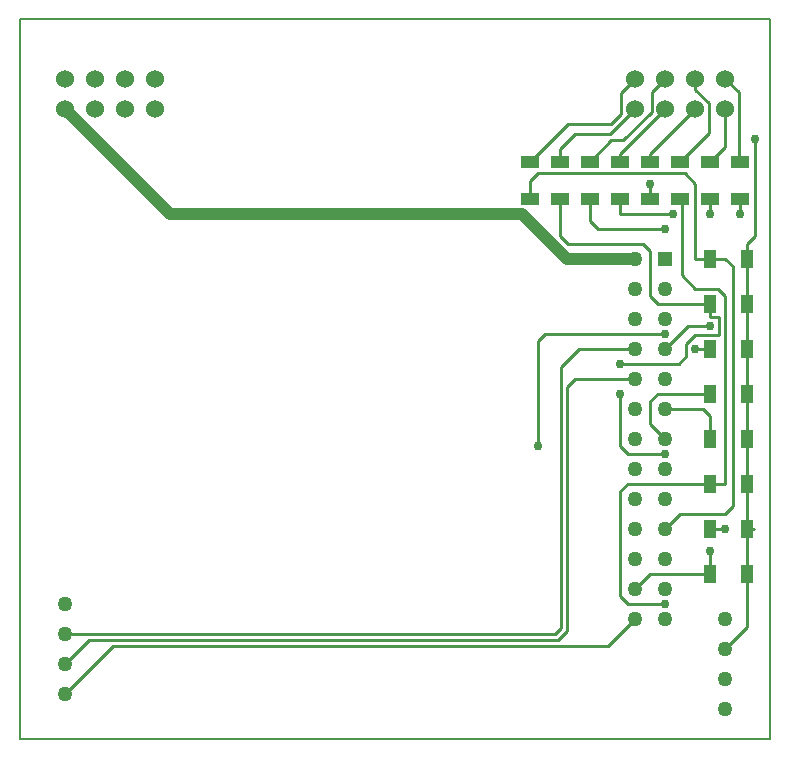
<source format=gbr>
G04 PROTEUS RS274X GERBER FILE*
%FSLAX45Y45*%
%MOMM*%
G01*
%ADD10C,0.254000*%
%ADD11C,1.016000*%
%ADD12C,0.762000*%
%ADD13C,1.524000*%
%ADD14R,1.270000X1.270000*%
%ADD15C,1.270000*%
%ADD16R,1.524000X1.016000*%
%ADD17R,1.016000X1.524000*%
%ADD18C,0.203200*%
D10*
X+5207000Y-5080000D02*
X+4975747Y-5311253D01*
X+784747Y-5311253D01*
X+381000Y-5715000D01*
X+5207000Y-3048000D02*
X+4699000Y-3048000D01*
X+4628445Y-3118555D01*
X+4628445Y-5140656D01*
X+4628445Y-5184673D01*
X+4555360Y-5257758D01*
X+584242Y-5257758D01*
X+381000Y-5461000D01*
X+5207000Y-2794000D02*
X+4735015Y-2794000D01*
X+4615597Y-2913418D01*
X+4577686Y-2951329D01*
X+4577686Y-5159611D01*
X+4530297Y-5207000D01*
X+381000Y-5207000D01*
X+6156960Y-2032000D02*
X+6156960Y-1905000D01*
X+6223000Y-1838960D01*
X+6223000Y-1016000D01*
X+6156960Y-2413000D02*
X+6156960Y-2667000D01*
X+6156960Y-4699000D02*
X+6156960Y-5146040D01*
X+5969000Y-5334000D01*
X+6156960Y-4318000D02*
X+6217920Y-4318000D01*
X+6156960Y-2413000D02*
X+6156960Y-2032000D01*
X+6156960Y-2794000D02*
X+6156960Y-2667000D01*
X+6156960Y-3175000D02*
X+6156960Y-2921000D01*
X+6156960Y-3556000D02*
X+6156960Y-3175000D01*
X+6156960Y-3556000D02*
X+6156960Y-3937000D01*
X+6156960Y-4318000D02*
X+6156960Y-3937000D01*
X+6156960Y-4318000D02*
X+6156960Y-4699000D01*
X+6156960Y-2794000D02*
X+6156960Y-2921000D01*
X+5969000Y-762000D02*
X+5969000Y-1082040D01*
X+5842000Y-1209040D01*
X+5842000Y-2603500D02*
X+5651500Y-2603500D01*
X+5461000Y-2794000D01*
X+5842000Y-1651000D02*
X+5842000Y-1524000D01*
X+5969000Y-4318000D02*
X+5842000Y-4318000D01*
X+5715000Y-762000D02*
X+5334000Y-1143000D01*
X+5334000Y-1209040D01*
X+5461000Y-3302000D02*
X+5778500Y-3302000D01*
X+5842000Y-3365500D01*
X+5842000Y-3556000D01*
X+5334000Y-1397000D02*
X+5334000Y-1524000D01*
X+5461000Y-762000D02*
X+5080000Y-1143000D01*
X+5080000Y-1209040D01*
X+5461000Y-3556000D02*
X+5334000Y-3429000D01*
X+5334000Y-3238500D01*
X+5397500Y-3175000D01*
X+5842000Y-3175000D01*
X+5524500Y-1651000D02*
X+5080000Y-1651000D01*
X+5080000Y-1524000D01*
X+5207000Y-762000D02*
X+4992346Y-976654D01*
X+4697080Y-976654D01*
X+4572000Y-1101734D01*
X+4572000Y-1209040D01*
X+5842000Y-2413000D02*
X+5397500Y-2413000D01*
X+5334000Y-2349500D01*
X+5334000Y-1968500D01*
X+5270500Y-1905000D01*
X+4635500Y-1905000D01*
X+4572000Y-1841500D01*
X+4572000Y-1524000D01*
X+5842000Y-2413000D02*
X+5842000Y-2527300D01*
X+5918200Y-2527300D01*
X+5918200Y-2679700D01*
X+5715000Y-2679700D01*
X+5638800Y-2755900D01*
X+5638800Y-2857500D01*
X+5575300Y-2921000D01*
X+5080000Y-2921000D01*
X+5461000Y-3683000D02*
X+5143500Y-3683000D01*
X+5080000Y-3619500D01*
X+5080000Y-3175000D01*
X+5207000Y-508000D02*
X+5090077Y-624923D01*
X+5090077Y-807109D01*
X+5007144Y-890042D01*
X+4636998Y-890042D01*
X+4318000Y-1209040D01*
X+5842000Y-2032000D02*
X+5969000Y-2032000D01*
X+6032500Y-2095500D01*
X+6032500Y-4127500D01*
X+5969000Y-4191000D01*
X+5588000Y-4191000D01*
X+5461000Y-4318000D01*
X+5842000Y-2032000D02*
X+5715000Y-2032000D01*
X+5715000Y-1397000D01*
X+5627370Y-1309370D01*
X+4381500Y-1309370D01*
X+4318000Y-1372870D01*
X+4318000Y-1524000D01*
X+5461000Y-508000D02*
X+5346688Y-622312D01*
X+5346688Y-787051D01*
X+5105901Y-1027838D01*
X+5007202Y-1027838D01*
X+4826000Y-1209040D01*
X+5461000Y-1778000D02*
X+4889500Y-1778000D01*
X+4826000Y-1714500D01*
X+4826000Y-1524000D01*
X+5715000Y-2794000D02*
X+5842000Y-2794000D01*
X+5715000Y-508000D02*
X+5715000Y-600400D01*
X+5829364Y-714764D01*
X+5829364Y-967676D01*
X+5588000Y-1209040D01*
X+5842000Y-3937000D02*
X+5969000Y-3937000D01*
X+5969000Y-2349500D01*
X+5905500Y-2286000D01*
X+5715000Y-2286000D01*
X+5600700Y-2171700D01*
X+5600700Y-1524000D01*
X+5588000Y-1524000D01*
X+5842000Y-3937000D02*
X+5143500Y-3937000D01*
X+5080000Y-4000500D01*
X+5080000Y-4889500D01*
X+5143500Y-4953000D01*
X+5461000Y-4953000D01*
X+5969000Y-508000D02*
X+6084696Y-623696D01*
X+6084696Y-1197736D01*
X+6096000Y-1209040D01*
X+5842000Y-4699000D02*
X+5334000Y-4699000D01*
X+5207000Y-4826000D01*
X+6096000Y-1651000D02*
X+6096000Y-1524000D01*
X+5842000Y-4699000D02*
X+5842000Y-4508500D01*
X+5461000Y-2667000D02*
X+4445000Y-2667000D01*
X+4381500Y-2730500D01*
X+4381500Y-3619500D01*
D11*
X+381000Y-762000D02*
X+1269963Y-1650963D01*
X+4246221Y-1650963D01*
X+4627258Y-2032000D01*
X+5207000Y-2032000D01*
D12*
X+6223000Y-1016000D03*
X+5842000Y-1651000D03*
X+5969000Y-4318000D03*
X+5842000Y-2603500D03*
X+5334000Y-1397000D03*
X+5524500Y-1651000D03*
X+5080000Y-2921000D03*
X+5080000Y-3175000D03*
X+5461000Y-3683000D03*
X+5461000Y-1778000D03*
X+5715000Y-2794000D03*
X+5461000Y-4953000D03*
X+6096000Y-1651000D03*
X+5842000Y-4508500D03*
X+4381500Y-3619500D03*
X+5461000Y-2667000D03*
D13*
X+381000Y-762000D03*
X+381000Y-508000D03*
X+635000Y-762000D03*
X+635000Y-508000D03*
X+889000Y-762000D03*
X+889000Y-508000D03*
X+1143000Y-762000D03*
X+1143000Y-508000D03*
X+5207000Y-762000D03*
X+5207000Y-508000D03*
X+5461000Y-762000D03*
X+5461000Y-508000D03*
X+5715000Y-762000D03*
X+5715000Y-508000D03*
X+5969000Y-762000D03*
X+5969000Y-508000D03*
D14*
X+5461000Y-2032000D03*
D15*
X+5207000Y-2032000D03*
X+5461000Y-2286000D03*
X+5207000Y-2286000D03*
X+5461000Y-2540000D03*
X+5207000Y-2540000D03*
X+5461000Y-2794000D03*
X+5207000Y-2794000D03*
X+5461000Y-3048000D03*
X+5207000Y-3048000D03*
X+5461000Y-3302000D03*
X+5207000Y-3302000D03*
X+5461000Y-3556000D03*
X+5207000Y-3556000D03*
X+5461000Y-3810000D03*
X+5207000Y-3810000D03*
X+5461000Y-4064000D03*
X+5207000Y-4064000D03*
X+5461000Y-4318000D03*
X+5207000Y-4318000D03*
X+5461000Y-4572000D03*
X+5207000Y-4572000D03*
X+5461000Y-4826000D03*
X+5207000Y-4826000D03*
X+5461000Y-5080000D03*
X+5207000Y-5080000D03*
X+5969000Y-5080000D03*
X+5969000Y-5334000D03*
X+5969000Y-5588000D03*
X+5969000Y-5842000D03*
D16*
X+5334000Y-1209040D03*
X+5334000Y-1524000D03*
X+5842000Y-1209040D03*
X+5842000Y-1524000D03*
X+5080000Y-1209040D03*
X+5080000Y-1524000D03*
X+4572000Y-1209040D03*
X+4572000Y-1524000D03*
X+4318000Y-1209040D03*
X+4318000Y-1524000D03*
X+4826000Y-1209040D03*
X+4826000Y-1524000D03*
X+5588000Y-1209040D03*
X+5588000Y-1524000D03*
X+6096000Y-1209040D03*
X+6096000Y-1524000D03*
D17*
X+5842000Y-4318000D03*
X+6156960Y-4318000D03*
X+5842000Y-3556000D03*
X+6156960Y-3556000D03*
X+5842000Y-3175000D03*
X+6156960Y-3175000D03*
X+5842000Y-2413000D03*
X+6156960Y-2413000D03*
X+5842000Y-2032000D03*
X+6156960Y-2032000D03*
X+5842000Y-2794000D03*
X+6156960Y-2794000D03*
X+5842000Y-3937000D03*
X+6156960Y-3937000D03*
X+5842000Y-4699000D03*
X+6156960Y-4699000D03*
D15*
X+381000Y-4953000D03*
X+381000Y-5207000D03*
X+381000Y-5461000D03*
X+381000Y-5715000D03*
D18*
X+0Y-6096000D02*
X+6350000Y-6096000D01*
X+6350000Y+0D01*
X+0Y+0D01*
X+0Y-6096000D01*
M02*

</source>
